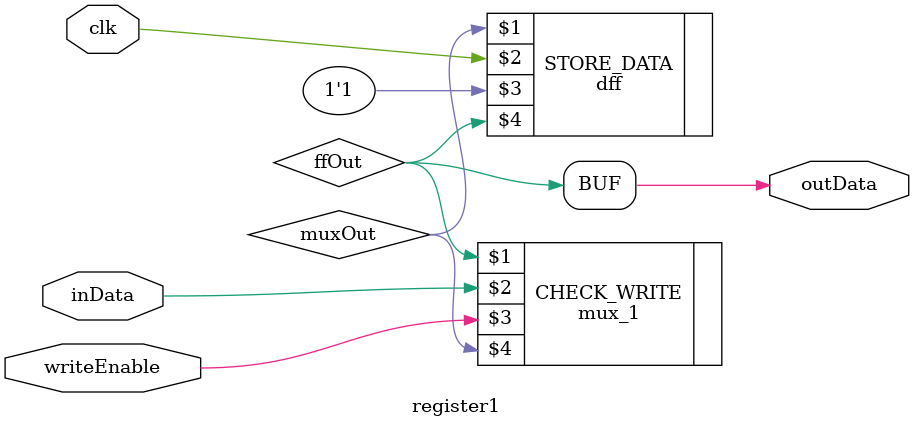
<source format=v>
module register1(inData, clk, writeEnable, outData);
    
    input inData, clk, writeEnable;
    output outData;
    
    wire ffOut;
    wire muxOut;
    
    mux_1 CHECK_WRITE(ffOut, inData, writeEnable, muxOut);
    dff STORE_DATA(muxOut, clk, 1'b1, ffOut);
    assign outData = ffOut;

endmodule


</source>
